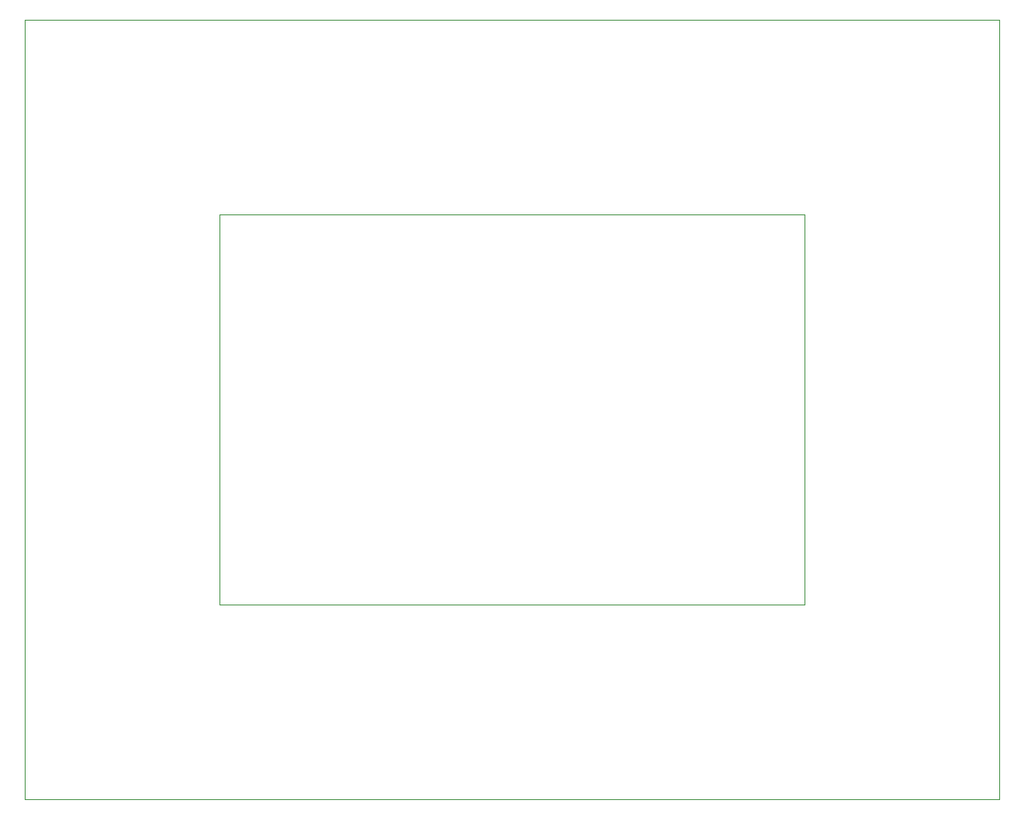
<source format=gbr>
G04 PCB Outline with inner slot*
G04 Outer rectangle with inner rectangular cutout*
%FSLAX46Y46*%
%MOMM*%
%ADD10C,0.1000*%
G01*
D10*
X0Y0D02*
X100000000Y0D01*
X100000000Y80000000D01*
X0Y80000000D01*
X0Y0D01*
X20000000Y20000000D02*
X80000000Y20000000D01*
X80000000Y60000000D01*
X20000000Y60000000D01*
X20000000Y20000000D01*
M02*

</source>
